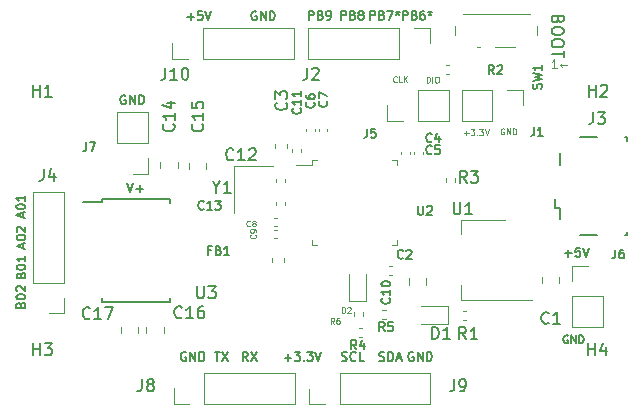
<source format=gbr>
%TF.GenerationSoftware,KiCad,Pcbnew,(6.0.11)*%
%TF.CreationDate,2023-06-03T19:27:43-07:00*%
%TF.ProjectId,stm32_PendCartBoard,73746d33-325f-4506-956e-644361727442,rev?*%
%TF.SameCoordinates,Original*%
%TF.FileFunction,Legend,Top*%
%TF.FilePolarity,Positive*%
%FSLAX46Y46*%
G04 Gerber Fmt 4.6, Leading zero omitted, Abs format (unit mm)*
G04 Created by KiCad (PCBNEW (6.0.11)) date 2023-06-03 19:27:43*
%MOMM*%
%LPD*%
G01*
G04 APERTURE LIST*
%ADD10C,0.125000*%
%ADD11C,0.150000*%
%ADD12C,0.120000*%
G04 APERTURE END LIST*
D10*
X155070000Y-47109285D02*
X154641428Y-47109285D01*
X154855714Y-47109285D02*
X154855714Y-46359285D01*
X154784285Y-46466428D01*
X154712857Y-46537857D01*
X154641428Y-46573571D01*
X155962857Y-46823571D02*
X155391428Y-46823571D01*
X155534285Y-46966428D02*
X155391428Y-46823571D01*
X155534285Y-46680714D01*
D11*
X155171428Y-42992857D02*
X155123809Y-43135714D01*
X155076190Y-43183333D01*
X154980952Y-43230952D01*
X154838095Y-43230952D01*
X154742857Y-43183333D01*
X154695238Y-43135714D01*
X154647619Y-43040476D01*
X154647619Y-42659523D01*
X155647619Y-42659523D01*
X155647619Y-42992857D01*
X155600000Y-43088095D01*
X155552380Y-43135714D01*
X155457142Y-43183333D01*
X155361904Y-43183333D01*
X155266666Y-43135714D01*
X155219047Y-43088095D01*
X155171428Y-42992857D01*
X155171428Y-42659523D01*
X155647619Y-43850000D02*
X155647619Y-44040476D01*
X155600000Y-44135714D01*
X155504761Y-44230952D01*
X155314285Y-44278571D01*
X154980952Y-44278571D01*
X154790476Y-44230952D01*
X154695238Y-44135714D01*
X154647619Y-44040476D01*
X154647619Y-43850000D01*
X154695238Y-43754761D01*
X154790476Y-43659523D01*
X154980952Y-43611904D01*
X155314285Y-43611904D01*
X155504761Y-43659523D01*
X155600000Y-43754761D01*
X155647619Y-43850000D01*
X155647619Y-44897619D02*
X155647619Y-45088095D01*
X155600000Y-45183333D01*
X155504761Y-45278571D01*
X155314285Y-45326190D01*
X154980952Y-45326190D01*
X154790476Y-45278571D01*
X154695238Y-45183333D01*
X154647619Y-45088095D01*
X154647619Y-44897619D01*
X154695238Y-44802380D01*
X154790476Y-44707142D01*
X154980952Y-44659523D01*
X155314285Y-44659523D01*
X155504761Y-44707142D01*
X155600000Y-44802380D01*
X155647619Y-44897619D01*
X155647619Y-45611904D02*
X155647619Y-46183333D01*
X154647619Y-45897619D02*
X155647619Y-45897619D01*
D10*
X147230000Y-52575714D02*
X147610952Y-52575714D01*
X147420476Y-52766190D02*
X147420476Y-52385238D01*
X147801428Y-52266190D02*
X148110952Y-52266190D01*
X147944285Y-52456666D01*
X148015714Y-52456666D01*
X148063333Y-52480476D01*
X148087142Y-52504285D01*
X148110952Y-52551904D01*
X148110952Y-52670952D01*
X148087142Y-52718571D01*
X148063333Y-52742380D01*
X148015714Y-52766190D01*
X147872857Y-52766190D01*
X147825238Y-52742380D01*
X147801428Y-52718571D01*
X148325238Y-52718571D02*
X148349047Y-52742380D01*
X148325238Y-52766190D01*
X148301428Y-52742380D01*
X148325238Y-52718571D01*
X148325238Y-52766190D01*
X148515714Y-52266190D02*
X148825238Y-52266190D01*
X148658571Y-52456666D01*
X148730000Y-52456666D01*
X148777619Y-52480476D01*
X148801428Y-52504285D01*
X148825238Y-52551904D01*
X148825238Y-52670952D01*
X148801428Y-52718571D01*
X148777619Y-52742380D01*
X148730000Y-52766190D01*
X148587142Y-52766190D01*
X148539523Y-52742380D01*
X148515714Y-52718571D01*
X148968095Y-52266190D02*
X149134761Y-52766190D01*
X149301428Y-52266190D01*
D11*
X136877142Y-71853571D02*
X136984285Y-71889285D01*
X137162857Y-71889285D01*
X137234285Y-71853571D01*
X137270000Y-71817857D01*
X137305714Y-71746428D01*
X137305714Y-71675000D01*
X137270000Y-71603571D01*
X137234285Y-71567857D01*
X137162857Y-71532142D01*
X137020000Y-71496428D01*
X136948571Y-71460714D01*
X136912857Y-71425000D01*
X136877142Y-71353571D01*
X136877142Y-71282142D01*
X136912857Y-71210714D01*
X136948571Y-71175000D01*
X137020000Y-71139285D01*
X137198571Y-71139285D01*
X137305714Y-71175000D01*
X138055714Y-71817857D02*
X138020000Y-71853571D01*
X137912857Y-71889285D01*
X137841428Y-71889285D01*
X137734285Y-71853571D01*
X137662857Y-71782142D01*
X137627142Y-71710714D01*
X137591428Y-71567857D01*
X137591428Y-71460714D01*
X137627142Y-71317857D01*
X137662857Y-71246428D01*
X137734285Y-71175000D01*
X137841428Y-71139285D01*
X137912857Y-71139285D01*
X138020000Y-71175000D01*
X138055714Y-71210714D01*
X138734285Y-71889285D02*
X138377142Y-71889285D01*
X138377142Y-71139285D01*
X155994761Y-69755000D02*
X155932857Y-69724047D01*
X155840000Y-69724047D01*
X155747142Y-69755000D01*
X155685238Y-69816904D01*
X155654285Y-69878809D01*
X155623333Y-70002619D01*
X155623333Y-70095476D01*
X155654285Y-70219285D01*
X155685238Y-70281190D01*
X155747142Y-70343095D01*
X155840000Y-70374047D01*
X155901904Y-70374047D01*
X155994761Y-70343095D01*
X156025714Y-70312142D01*
X156025714Y-70095476D01*
X155901904Y-70095476D01*
X156304285Y-70374047D02*
X156304285Y-69724047D01*
X156675714Y-70374047D01*
X156675714Y-69724047D01*
X156985238Y-70374047D02*
X156985238Y-69724047D01*
X157140000Y-69724047D01*
X157232857Y-69755000D01*
X157294761Y-69816904D01*
X157325714Y-69878809D01*
X157356666Y-70002619D01*
X157356666Y-70095476D01*
X157325714Y-70219285D01*
X157294761Y-70281190D01*
X157232857Y-70343095D01*
X157140000Y-70374047D01*
X156985238Y-70374047D01*
X155755714Y-62773571D02*
X156327142Y-62773571D01*
X156041428Y-63059285D02*
X156041428Y-62487857D01*
X157041428Y-62309285D02*
X156684285Y-62309285D01*
X156648571Y-62666428D01*
X156684285Y-62630714D01*
X156755714Y-62595000D01*
X156934285Y-62595000D01*
X157005714Y-62630714D01*
X157041428Y-62666428D01*
X157077142Y-62737857D01*
X157077142Y-62916428D01*
X157041428Y-62987857D01*
X157005714Y-63023571D01*
X156934285Y-63059285D01*
X156755714Y-63059285D01*
X156684285Y-63023571D01*
X156648571Y-62987857D01*
X157291428Y-62309285D02*
X157541428Y-63059285D01*
X157791428Y-62309285D01*
X126118571Y-71139285D02*
X126547142Y-71139285D01*
X126332857Y-71889285D02*
X126332857Y-71139285D01*
X126725714Y-71139285D02*
X127225714Y-71889285D01*
X127225714Y-71139285D02*
X126725714Y-71889285D01*
X134071428Y-42989285D02*
X134071428Y-42239285D01*
X134357142Y-42239285D01*
X134428571Y-42275000D01*
X134464285Y-42310714D01*
X134500000Y-42382142D01*
X134500000Y-42489285D01*
X134464285Y-42560714D01*
X134428571Y-42596428D01*
X134357142Y-42632142D01*
X134071428Y-42632142D01*
X135071428Y-42596428D02*
X135178571Y-42632142D01*
X135214285Y-42667857D01*
X135250000Y-42739285D01*
X135250000Y-42846428D01*
X135214285Y-42917857D01*
X135178571Y-42953571D01*
X135107142Y-42989285D01*
X134821428Y-42989285D01*
X134821428Y-42239285D01*
X135071428Y-42239285D01*
X135142857Y-42275000D01*
X135178571Y-42310714D01*
X135214285Y-42382142D01*
X135214285Y-42453571D01*
X135178571Y-42525000D01*
X135142857Y-42560714D01*
X135071428Y-42596428D01*
X134821428Y-42596428D01*
X135607142Y-42989285D02*
X135750000Y-42989285D01*
X135821428Y-42953571D01*
X135857142Y-42917857D01*
X135928571Y-42810714D01*
X135964285Y-42667857D01*
X135964285Y-42382142D01*
X135928571Y-42310714D01*
X135892857Y-42275000D01*
X135821428Y-42239285D01*
X135678571Y-42239285D01*
X135607142Y-42275000D01*
X135571428Y-42310714D01*
X135535714Y-42382142D01*
X135535714Y-42560714D01*
X135571428Y-42632142D01*
X135607142Y-42667857D01*
X135678571Y-42703571D01*
X135821428Y-42703571D01*
X135892857Y-42667857D01*
X135928571Y-42632142D01*
X135964285Y-42560714D01*
X142928571Y-71175000D02*
X142857142Y-71139285D01*
X142750000Y-71139285D01*
X142642857Y-71175000D01*
X142571428Y-71246428D01*
X142535714Y-71317857D01*
X142500000Y-71460714D01*
X142500000Y-71567857D01*
X142535714Y-71710714D01*
X142571428Y-71782142D01*
X142642857Y-71853571D01*
X142750000Y-71889285D01*
X142821428Y-71889285D01*
X142928571Y-71853571D01*
X142964285Y-71817857D01*
X142964285Y-71567857D01*
X142821428Y-71567857D01*
X143285714Y-71889285D02*
X143285714Y-71139285D01*
X143714285Y-71889285D01*
X143714285Y-71139285D01*
X144071428Y-71889285D02*
X144071428Y-71139285D01*
X144250000Y-71139285D01*
X144357142Y-71175000D01*
X144428571Y-71246428D01*
X144464285Y-71317857D01*
X144500000Y-71460714D01*
X144500000Y-71567857D01*
X144464285Y-71710714D01*
X144428571Y-71782142D01*
X144357142Y-71853571D01*
X144250000Y-71889285D01*
X144071428Y-71889285D01*
D10*
X144048095Y-48316190D02*
X144048095Y-47816190D01*
X144167142Y-47816190D01*
X144238571Y-47840000D01*
X144286190Y-47887619D01*
X144310000Y-47935238D01*
X144333809Y-48030476D01*
X144333809Y-48101904D01*
X144310000Y-48197142D01*
X144286190Y-48244761D01*
X144238571Y-48292380D01*
X144167142Y-48316190D01*
X144048095Y-48316190D01*
X144548095Y-48316190D02*
X144548095Y-47816190D01*
X144881428Y-47816190D02*
X144976666Y-47816190D01*
X145024285Y-47840000D01*
X145071904Y-47887619D01*
X145095714Y-47982857D01*
X145095714Y-48149523D01*
X145071904Y-48244761D01*
X145024285Y-48292380D01*
X144976666Y-48316190D01*
X144881428Y-48316190D01*
X144833809Y-48292380D01*
X144786190Y-48244761D01*
X144762380Y-48149523D01*
X144762380Y-47982857D01*
X144786190Y-47887619D01*
X144833809Y-47840000D01*
X144881428Y-47816190D01*
D11*
X118558571Y-49425000D02*
X118487142Y-49389285D01*
X118380000Y-49389285D01*
X118272857Y-49425000D01*
X118201428Y-49496428D01*
X118165714Y-49567857D01*
X118130000Y-49710714D01*
X118130000Y-49817857D01*
X118165714Y-49960714D01*
X118201428Y-50032142D01*
X118272857Y-50103571D01*
X118380000Y-50139285D01*
X118451428Y-50139285D01*
X118558571Y-50103571D01*
X118594285Y-50067857D01*
X118594285Y-49817857D01*
X118451428Y-49817857D01*
X118915714Y-50139285D02*
X118915714Y-49389285D01*
X119344285Y-50139285D01*
X119344285Y-49389285D01*
X119701428Y-50139285D02*
X119701428Y-49389285D01*
X119880000Y-49389285D01*
X119987142Y-49425000D01*
X120058571Y-49496428D01*
X120094285Y-49567857D01*
X120130000Y-49710714D01*
X120130000Y-49817857D01*
X120094285Y-49960714D01*
X120058571Y-50032142D01*
X119987142Y-50103571D01*
X119880000Y-50139285D01*
X119701428Y-50139285D01*
X142035714Y-42989285D02*
X142035714Y-42239285D01*
X142321428Y-42239285D01*
X142392857Y-42275000D01*
X142428571Y-42310714D01*
X142464285Y-42382142D01*
X142464285Y-42489285D01*
X142428571Y-42560714D01*
X142392857Y-42596428D01*
X142321428Y-42632142D01*
X142035714Y-42632142D01*
X143035714Y-42596428D02*
X143142857Y-42632142D01*
X143178571Y-42667857D01*
X143214285Y-42739285D01*
X143214285Y-42846428D01*
X143178571Y-42917857D01*
X143142857Y-42953571D01*
X143071428Y-42989285D01*
X142785714Y-42989285D01*
X142785714Y-42239285D01*
X143035714Y-42239285D01*
X143107142Y-42275000D01*
X143142857Y-42310714D01*
X143178571Y-42382142D01*
X143178571Y-42453571D01*
X143142857Y-42525000D01*
X143107142Y-42560714D01*
X143035714Y-42596428D01*
X142785714Y-42596428D01*
X143857142Y-42239285D02*
X143714285Y-42239285D01*
X143642857Y-42275000D01*
X143607142Y-42310714D01*
X143535714Y-42417857D01*
X143500000Y-42560714D01*
X143500000Y-42846428D01*
X143535714Y-42917857D01*
X143571428Y-42953571D01*
X143642857Y-42989285D01*
X143785714Y-42989285D01*
X143857142Y-42953571D01*
X143892857Y-42917857D01*
X143928571Y-42846428D01*
X143928571Y-42667857D01*
X143892857Y-42596428D01*
X143857142Y-42560714D01*
X143785714Y-42525000D01*
X143642857Y-42525000D01*
X143571428Y-42560714D01*
X143535714Y-42596428D01*
X143500000Y-42667857D01*
X144357142Y-42239285D02*
X144357142Y-42417857D01*
X144178571Y-42346428D02*
X144357142Y-42417857D01*
X144535714Y-42346428D01*
X144250000Y-42560714D02*
X144357142Y-42417857D01*
X144464285Y-42560714D01*
X132030000Y-71603571D02*
X132601428Y-71603571D01*
X132315714Y-71889285D02*
X132315714Y-71317857D01*
X132887142Y-71139285D02*
X133351428Y-71139285D01*
X133101428Y-71425000D01*
X133208571Y-71425000D01*
X133280000Y-71460714D01*
X133315714Y-71496428D01*
X133351428Y-71567857D01*
X133351428Y-71746428D01*
X133315714Y-71817857D01*
X133280000Y-71853571D01*
X133208571Y-71889285D01*
X132994285Y-71889285D01*
X132922857Y-71853571D01*
X132887142Y-71817857D01*
X133672857Y-71817857D02*
X133708571Y-71853571D01*
X133672857Y-71889285D01*
X133637142Y-71853571D01*
X133672857Y-71817857D01*
X133672857Y-71889285D01*
X133958571Y-71139285D02*
X134422857Y-71139285D01*
X134172857Y-71425000D01*
X134280000Y-71425000D01*
X134351428Y-71460714D01*
X134387142Y-71496428D01*
X134422857Y-71567857D01*
X134422857Y-71746428D01*
X134387142Y-71817857D01*
X134351428Y-71853571D01*
X134280000Y-71889285D01*
X134065714Y-71889285D01*
X133994285Y-71853571D01*
X133958571Y-71817857D01*
X134637142Y-71139285D02*
X134887142Y-71889285D01*
X135137142Y-71139285D01*
D10*
X150609047Y-52230000D02*
X150561428Y-52206190D01*
X150490000Y-52206190D01*
X150418571Y-52230000D01*
X150370952Y-52277619D01*
X150347142Y-52325238D01*
X150323333Y-52420476D01*
X150323333Y-52491904D01*
X150347142Y-52587142D01*
X150370952Y-52634761D01*
X150418571Y-52682380D01*
X150490000Y-52706190D01*
X150537619Y-52706190D01*
X150609047Y-52682380D01*
X150632857Y-52658571D01*
X150632857Y-52491904D01*
X150537619Y-52491904D01*
X150847142Y-52706190D02*
X150847142Y-52206190D01*
X151132857Y-52706190D01*
X151132857Y-52206190D01*
X151370952Y-52706190D02*
X151370952Y-52206190D01*
X151490000Y-52206190D01*
X151561428Y-52230000D01*
X151609047Y-52277619D01*
X151632857Y-52325238D01*
X151656666Y-52420476D01*
X151656666Y-52491904D01*
X151632857Y-52587142D01*
X151609047Y-52634761D01*
X151561428Y-52682380D01*
X151490000Y-52706190D01*
X151370952Y-52706190D01*
D11*
X129638571Y-42305000D02*
X129567142Y-42269285D01*
X129460000Y-42269285D01*
X129352857Y-42305000D01*
X129281428Y-42376428D01*
X129245714Y-42447857D01*
X129210000Y-42590714D01*
X129210000Y-42697857D01*
X129245714Y-42840714D01*
X129281428Y-42912142D01*
X129352857Y-42983571D01*
X129460000Y-43019285D01*
X129531428Y-43019285D01*
X129638571Y-42983571D01*
X129674285Y-42947857D01*
X129674285Y-42697857D01*
X129531428Y-42697857D01*
X129995714Y-43019285D02*
X129995714Y-42269285D01*
X130424285Y-43019285D01*
X130424285Y-42269285D01*
X130781428Y-43019285D02*
X130781428Y-42269285D01*
X130960000Y-42269285D01*
X131067142Y-42305000D01*
X131138571Y-42376428D01*
X131174285Y-42447857D01*
X131210000Y-42590714D01*
X131210000Y-42697857D01*
X131174285Y-42840714D01*
X131138571Y-42912142D01*
X131067142Y-42983571D01*
X130960000Y-43019285D01*
X130781428Y-43019285D01*
X109696428Y-64640714D02*
X109732142Y-64533571D01*
X109767857Y-64497857D01*
X109839285Y-64462142D01*
X109946428Y-64462142D01*
X110017857Y-64497857D01*
X110053571Y-64533571D01*
X110089285Y-64605000D01*
X110089285Y-64890714D01*
X109339285Y-64890714D01*
X109339285Y-64640714D01*
X109375000Y-64569285D01*
X109410714Y-64533571D01*
X109482142Y-64497857D01*
X109553571Y-64497857D01*
X109625000Y-64533571D01*
X109660714Y-64569285D01*
X109696428Y-64640714D01*
X109696428Y-64890714D01*
X109339285Y-63997857D02*
X109339285Y-63926428D01*
X109375000Y-63855000D01*
X109410714Y-63819285D01*
X109482142Y-63783571D01*
X109625000Y-63747857D01*
X109803571Y-63747857D01*
X109946428Y-63783571D01*
X110017857Y-63819285D01*
X110053571Y-63855000D01*
X110089285Y-63926428D01*
X110089285Y-63997857D01*
X110053571Y-64069285D01*
X110017857Y-64105000D01*
X109946428Y-64140714D01*
X109803571Y-64176428D01*
X109625000Y-64176428D01*
X109482142Y-64140714D01*
X109410714Y-64105000D01*
X109375000Y-64069285D01*
X109339285Y-63997857D01*
X110089285Y-63033571D02*
X110089285Y-63462142D01*
X110089285Y-63247857D02*
X109339285Y-63247857D01*
X109446428Y-63319285D01*
X109517857Y-63390714D01*
X109553571Y-63462142D01*
X123678571Y-71175000D02*
X123607142Y-71139285D01*
X123500000Y-71139285D01*
X123392857Y-71175000D01*
X123321428Y-71246428D01*
X123285714Y-71317857D01*
X123250000Y-71460714D01*
X123250000Y-71567857D01*
X123285714Y-71710714D01*
X123321428Y-71782142D01*
X123392857Y-71853571D01*
X123500000Y-71889285D01*
X123571428Y-71889285D01*
X123678571Y-71853571D01*
X123714285Y-71817857D01*
X123714285Y-71567857D01*
X123571428Y-71567857D01*
X124035714Y-71889285D02*
X124035714Y-71139285D01*
X124464285Y-71889285D01*
X124464285Y-71139285D01*
X124821428Y-71889285D02*
X124821428Y-71139285D01*
X125000000Y-71139285D01*
X125107142Y-71175000D01*
X125178571Y-71246428D01*
X125214285Y-71317857D01*
X125250000Y-71460714D01*
X125250000Y-71567857D01*
X125214285Y-71710714D01*
X125178571Y-71782142D01*
X125107142Y-71853571D01*
X125000000Y-71889285D01*
X124821428Y-71889285D01*
X139285714Y-42989285D02*
X139285714Y-42239285D01*
X139571428Y-42239285D01*
X139642857Y-42275000D01*
X139678571Y-42310714D01*
X139714285Y-42382142D01*
X139714285Y-42489285D01*
X139678571Y-42560714D01*
X139642857Y-42596428D01*
X139571428Y-42632142D01*
X139285714Y-42632142D01*
X140285714Y-42596428D02*
X140392857Y-42632142D01*
X140428571Y-42667857D01*
X140464285Y-42739285D01*
X140464285Y-42846428D01*
X140428571Y-42917857D01*
X140392857Y-42953571D01*
X140321428Y-42989285D01*
X140035714Y-42989285D01*
X140035714Y-42239285D01*
X140285714Y-42239285D01*
X140357142Y-42275000D01*
X140392857Y-42310714D01*
X140428571Y-42382142D01*
X140428571Y-42453571D01*
X140392857Y-42525000D01*
X140357142Y-42560714D01*
X140285714Y-42596428D01*
X140035714Y-42596428D01*
X140714285Y-42239285D02*
X141214285Y-42239285D01*
X140892857Y-42989285D01*
X141607142Y-42239285D02*
X141607142Y-42417857D01*
X141428571Y-42346428D02*
X141607142Y-42417857D01*
X141785714Y-42346428D01*
X141500000Y-42560714D02*
X141607142Y-42417857D01*
X141714285Y-42560714D01*
X123785714Y-42743571D02*
X124357142Y-42743571D01*
X124071428Y-43029285D02*
X124071428Y-42457857D01*
X125071428Y-42279285D02*
X124714285Y-42279285D01*
X124678571Y-42636428D01*
X124714285Y-42600714D01*
X124785714Y-42565000D01*
X124964285Y-42565000D01*
X125035714Y-42600714D01*
X125071428Y-42636428D01*
X125107142Y-42707857D01*
X125107142Y-42886428D01*
X125071428Y-42957857D01*
X125035714Y-42993571D01*
X124964285Y-43029285D01*
X124785714Y-43029285D01*
X124714285Y-42993571D01*
X124678571Y-42957857D01*
X125321428Y-42279285D02*
X125571428Y-43029285D01*
X125821428Y-42279285D01*
X109875000Y-62302857D02*
X109875000Y-61945714D01*
X110089285Y-62374285D02*
X109339285Y-62124285D01*
X110089285Y-61874285D01*
X109339285Y-61481428D02*
X109339285Y-61410000D01*
X109375000Y-61338571D01*
X109410714Y-61302857D01*
X109482142Y-61267142D01*
X109625000Y-61231428D01*
X109803571Y-61231428D01*
X109946428Y-61267142D01*
X110017857Y-61302857D01*
X110053571Y-61338571D01*
X110089285Y-61410000D01*
X110089285Y-61481428D01*
X110053571Y-61552857D01*
X110017857Y-61588571D01*
X109946428Y-61624285D01*
X109803571Y-61660000D01*
X109625000Y-61660000D01*
X109482142Y-61624285D01*
X109410714Y-61588571D01*
X109375000Y-61552857D01*
X109339285Y-61481428D01*
X109410714Y-60945714D02*
X109375000Y-60910000D01*
X109339285Y-60838571D01*
X109339285Y-60660000D01*
X109375000Y-60588571D01*
X109410714Y-60552857D01*
X109482142Y-60517142D01*
X109553571Y-60517142D01*
X109660714Y-60552857D01*
X110089285Y-60981428D01*
X110089285Y-60517142D01*
X128925000Y-71889285D02*
X128675000Y-71532142D01*
X128496428Y-71889285D02*
X128496428Y-71139285D01*
X128782142Y-71139285D01*
X128853571Y-71175000D01*
X128889285Y-71210714D01*
X128925000Y-71282142D01*
X128925000Y-71389285D01*
X128889285Y-71460714D01*
X128853571Y-71496428D01*
X128782142Y-71532142D01*
X128496428Y-71532142D01*
X129175000Y-71139285D02*
X129675000Y-71889285D01*
X129675000Y-71139285D02*
X129175000Y-71889285D01*
X140059285Y-71853571D02*
X140166428Y-71889285D01*
X140345000Y-71889285D01*
X140416428Y-71853571D01*
X140452142Y-71817857D01*
X140487857Y-71746428D01*
X140487857Y-71675000D01*
X140452142Y-71603571D01*
X140416428Y-71567857D01*
X140345000Y-71532142D01*
X140202142Y-71496428D01*
X140130714Y-71460714D01*
X140095000Y-71425000D01*
X140059285Y-71353571D01*
X140059285Y-71282142D01*
X140095000Y-71210714D01*
X140130714Y-71175000D01*
X140202142Y-71139285D01*
X140380714Y-71139285D01*
X140487857Y-71175000D01*
X140809285Y-71889285D02*
X140809285Y-71139285D01*
X140987857Y-71139285D01*
X141095000Y-71175000D01*
X141166428Y-71246428D01*
X141202142Y-71317857D01*
X141237857Y-71460714D01*
X141237857Y-71567857D01*
X141202142Y-71710714D01*
X141166428Y-71782142D01*
X141095000Y-71853571D01*
X140987857Y-71889285D01*
X140809285Y-71889285D01*
X141523571Y-71675000D02*
X141880714Y-71675000D01*
X141452142Y-71889285D02*
X141702142Y-71139285D01*
X141952142Y-71889285D01*
X136821428Y-42989285D02*
X136821428Y-42239285D01*
X137107142Y-42239285D01*
X137178571Y-42275000D01*
X137214285Y-42310714D01*
X137250000Y-42382142D01*
X137250000Y-42489285D01*
X137214285Y-42560714D01*
X137178571Y-42596428D01*
X137107142Y-42632142D01*
X136821428Y-42632142D01*
X137821428Y-42596428D02*
X137928571Y-42632142D01*
X137964285Y-42667857D01*
X138000000Y-42739285D01*
X138000000Y-42846428D01*
X137964285Y-42917857D01*
X137928571Y-42953571D01*
X137857142Y-42989285D01*
X137571428Y-42989285D01*
X137571428Y-42239285D01*
X137821428Y-42239285D01*
X137892857Y-42275000D01*
X137928571Y-42310714D01*
X137964285Y-42382142D01*
X137964285Y-42453571D01*
X137928571Y-42525000D01*
X137892857Y-42560714D01*
X137821428Y-42596428D01*
X137571428Y-42596428D01*
X138428571Y-42560714D02*
X138357142Y-42525000D01*
X138321428Y-42489285D01*
X138285714Y-42417857D01*
X138285714Y-42382142D01*
X138321428Y-42310714D01*
X138357142Y-42275000D01*
X138428571Y-42239285D01*
X138571428Y-42239285D01*
X138642857Y-42275000D01*
X138678571Y-42310714D01*
X138714285Y-42382142D01*
X138714285Y-42417857D01*
X138678571Y-42489285D01*
X138642857Y-42525000D01*
X138571428Y-42560714D01*
X138428571Y-42560714D01*
X138357142Y-42596428D01*
X138321428Y-42632142D01*
X138285714Y-42703571D01*
X138285714Y-42846428D01*
X138321428Y-42917857D01*
X138357142Y-42953571D01*
X138428571Y-42989285D01*
X138571428Y-42989285D01*
X138642857Y-42953571D01*
X138678571Y-42917857D01*
X138714285Y-42846428D01*
X138714285Y-42703571D01*
X138678571Y-42632142D01*
X138642857Y-42596428D01*
X138571428Y-42560714D01*
X118715714Y-56829285D02*
X118965714Y-57579285D01*
X119215714Y-56829285D01*
X119465714Y-57293571D02*
X120037142Y-57293571D01*
X119751428Y-57579285D02*
X119751428Y-57007857D01*
D10*
X141532380Y-48248571D02*
X141508571Y-48272380D01*
X141437142Y-48296190D01*
X141389523Y-48296190D01*
X141318095Y-48272380D01*
X141270476Y-48224761D01*
X141246666Y-48177142D01*
X141222857Y-48081904D01*
X141222857Y-48010476D01*
X141246666Y-47915238D01*
X141270476Y-47867619D01*
X141318095Y-47820000D01*
X141389523Y-47796190D01*
X141437142Y-47796190D01*
X141508571Y-47820000D01*
X141532380Y-47843809D01*
X141984761Y-48296190D02*
X141746666Y-48296190D01*
X141746666Y-47796190D01*
X142151428Y-48296190D02*
X142151428Y-47796190D01*
X142437142Y-48296190D02*
X142222857Y-48010476D01*
X142437142Y-47796190D02*
X142151428Y-48081904D01*
D11*
X109845000Y-59682857D02*
X109845000Y-59325714D01*
X110059285Y-59754285D02*
X109309285Y-59504285D01*
X110059285Y-59254285D01*
X109309285Y-58861428D02*
X109309285Y-58790000D01*
X109345000Y-58718571D01*
X109380714Y-58682857D01*
X109452142Y-58647142D01*
X109595000Y-58611428D01*
X109773571Y-58611428D01*
X109916428Y-58647142D01*
X109987857Y-58682857D01*
X110023571Y-58718571D01*
X110059285Y-58790000D01*
X110059285Y-58861428D01*
X110023571Y-58932857D01*
X109987857Y-58968571D01*
X109916428Y-59004285D01*
X109773571Y-59040000D01*
X109595000Y-59040000D01*
X109452142Y-59004285D01*
X109380714Y-58968571D01*
X109345000Y-58932857D01*
X109309285Y-58861428D01*
X110059285Y-57897142D02*
X110059285Y-58325714D01*
X110059285Y-58111428D02*
X109309285Y-58111428D01*
X109416428Y-58182857D01*
X109487857Y-58254285D01*
X109523571Y-58325714D01*
X109686428Y-67150714D02*
X109722142Y-67043571D01*
X109757857Y-67007857D01*
X109829285Y-66972142D01*
X109936428Y-66972142D01*
X110007857Y-67007857D01*
X110043571Y-67043571D01*
X110079285Y-67115000D01*
X110079285Y-67400714D01*
X109329285Y-67400714D01*
X109329285Y-67150714D01*
X109365000Y-67079285D01*
X109400714Y-67043571D01*
X109472142Y-67007857D01*
X109543571Y-67007857D01*
X109615000Y-67043571D01*
X109650714Y-67079285D01*
X109686428Y-67150714D01*
X109686428Y-67400714D01*
X109329285Y-66507857D02*
X109329285Y-66436428D01*
X109365000Y-66365000D01*
X109400714Y-66329285D01*
X109472142Y-66293571D01*
X109615000Y-66257857D01*
X109793571Y-66257857D01*
X109936428Y-66293571D01*
X110007857Y-66329285D01*
X110043571Y-66365000D01*
X110079285Y-66436428D01*
X110079285Y-66507857D01*
X110043571Y-66579285D01*
X110007857Y-66615000D01*
X109936428Y-66650714D01*
X109793571Y-66686428D01*
X109615000Y-66686428D01*
X109472142Y-66650714D01*
X109400714Y-66615000D01*
X109365000Y-66579285D01*
X109329285Y-66507857D01*
X109400714Y-65972142D02*
X109365000Y-65936428D01*
X109329285Y-65865000D01*
X109329285Y-65686428D01*
X109365000Y-65615000D01*
X109400714Y-65579285D01*
X109472142Y-65543571D01*
X109543571Y-65543571D01*
X109650714Y-65579285D01*
X110079285Y-66007857D01*
X110079285Y-65543571D01*
D10*
%TO.C,D2*%
X136870952Y-67826190D02*
X136870952Y-67326190D01*
X136990000Y-67326190D01*
X137061428Y-67350000D01*
X137109047Y-67397619D01*
X137132857Y-67445238D01*
X137156666Y-67540476D01*
X137156666Y-67611904D01*
X137132857Y-67707142D01*
X137109047Y-67754761D01*
X137061428Y-67802380D01*
X136990000Y-67826190D01*
X136870952Y-67826190D01*
X137347142Y-67373809D02*
X137370952Y-67350000D01*
X137418571Y-67326190D01*
X137537619Y-67326190D01*
X137585238Y-67350000D01*
X137609047Y-67373809D01*
X137632857Y-67421428D01*
X137632857Y-67469047D01*
X137609047Y-67540476D01*
X137323333Y-67826190D01*
X137632857Y-67826190D01*
%TO.C,R6*%
X136226666Y-68746190D02*
X136060000Y-68508095D01*
X135940952Y-68746190D02*
X135940952Y-68246190D01*
X136131428Y-68246190D01*
X136179047Y-68270000D01*
X136202857Y-68293809D01*
X136226666Y-68341428D01*
X136226666Y-68412857D01*
X136202857Y-68460476D01*
X136179047Y-68484285D01*
X136131428Y-68508095D01*
X135940952Y-68508095D01*
X136655238Y-68246190D02*
X136560000Y-68246190D01*
X136512380Y-68270000D01*
X136488571Y-68293809D01*
X136440952Y-68365238D01*
X136417142Y-68460476D01*
X136417142Y-68650952D01*
X136440952Y-68698571D01*
X136464761Y-68722380D01*
X136512380Y-68746190D01*
X136607619Y-68746190D01*
X136655238Y-68722380D01*
X136679047Y-68698571D01*
X136702857Y-68650952D01*
X136702857Y-68531904D01*
X136679047Y-68484285D01*
X136655238Y-68460476D01*
X136607619Y-68436666D01*
X136512380Y-68436666D01*
X136464761Y-68460476D01*
X136440952Y-68484285D01*
X136417142Y-68531904D01*
D11*
%TO.C,J7*%
X115230000Y-53389285D02*
X115230000Y-53925000D01*
X115194285Y-54032142D01*
X115122857Y-54103571D01*
X115015714Y-54139285D01*
X114944285Y-54139285D01*
X115515714Y-53389285D02*
X116015714Y-53389285D01*
X115694285Y-54139285D01*
%TO.C,J6*%
X160040000Y-62459285D02*
X160040000Y-62995000D01*
X160004285Y-63102142D01*
X159932857Y-63173571D01*
X159825714Y-63209285D01*
X159754285Y-63209285D01*
X160718571Y-62459285D02*
X160575714Y-62459285D01*
X160504285Y-62495000D01*
X160468571Y-62530714D01*
X160397142Y-62637857D01*
X160361428Y-62780714D01*
X160361428Y-63066428D01*
X160397142Y-63137857D01*
X160432857Y-63173571D01*
X160504285Y-63209285D01*
X160647142Y-63209285D01*
X160718571Y-63173571D01*
X160754285Y-63137857D01*
X160790000Y-63066428D01*
X160790000Y-62887857D01*
X160754285Y-62816428D01*
X160718571Y-62780714D01*
X160647142Y-62745000D01*
X160504285Y-62745000D01*
X160432857Y-62780714D01*
X160397142Y-62816428D01*
X160361428Y-62887857D01*
%TO.C,J5*%
X139010000Y-52229285D02*
X139010000Y-52765000D01*
X138974285Y-52872142D01*
X138902857Y-52943571D01*
X138795714Y-52979285D01*
X138724285Y-52979285D01*
X139724285Y-52229285D02*
X139367142Y-52229285D01*
X139331428Y-52586428D01*
X139367142Y-52550714D01*
X139438571Y-52515000D01*
X139617142Y-52515000D01*
X139688571Y-52550714D01*
X139724285Y-52586428D01*
X139760000Y-52657857D01*
X139760000Y-52836428D01*
X139724285Y-52907857D01*
X139688571Y-52943571D01*
X139617142Y-52979285D01*
X139438571Y-52979285D01*
X139367142Y-52943571D01*
X139331428Y-52907857D01*
%TO.C,J1*%
X153145000Y-52084285D02*
X153145000Y-52620000D01*
X153109285Y-52727142D01*
X153037857Y-52798571D01*
X152930714Y-52834285D01*
X152859285Y-52834285D01*
X153895000Y-52834285D02*
X153466428Y-52834285D01*
X153680714Y-52834285D02*
X153680714Y-52084285D01*
X153609285Y-52191428D01*
X153537857Y-52262857D01*
X153466428Y-52298571D01*
D10*
%TO.C,C9*%
X129568571Y-61213333D02*
X129592380Y-61237142D01*
X129616190Y-61308571D01*
X129616190Y-61356190D01*
X129592380Y-61427619D01*
X129544761Y-61475238D01*
X129497142Y-61499047D01*
X129401904Y-61522857D01*
X129330476Y-61522857D01*
X129235238Y-61499047D01*
X129187619Y-61475238D01*
X129140000Y-61427619D01*
X129116190Y-61356190D01*
X129116190Y-61308571D01*
X129140000Y-61237142D01*
X129163809Y-61213333D01*
X129616190Y-60975238D02*
X129616190Y-60880000D01*
X129592380Y-60832380D01*
X129568571Y-60808571D01*
X129497142Y-60760952D01*
X129401904Y-60737142D01*
X129211428Y-60737142D01*
X129163809Y-60760952D01*
X129140000Y-60784761D01*
X129116190Y-60832380D01*
X129116190Y-60927619D01*
X129140000Y-60975238D01*
X129163809Y-60999047D01*
X129211428Y-61022857D01*
X129330476Y-61022857D01*
X129378095Y-60999047D01*
X129401904Y-60975238D01*
X129425714Y-60927619D01*
X129425714Y-60832380D01*
X129401904Y-60784761D01*
X129378095Y-60760952D01*
X129330476Y-60737142D01*
D11*
%TO.C,C3*%
X132157142Y-50016666D02*
X132204761Y-50064285D01*
X132252380Y-50207142D01*
X132252380Y-50302380D01*
X132204761Y-50445238D01*
X132109523Y-50540476D01*
X132014285Y-50588095D01*
X131823809Y-50635714D01*
X131680952Y-50635714D01*
X131490476Y-50588095D01*
X131395238Y-50540476D01*
X131300000Y-50445238D01*
X131252380Y-50302380D01*
X131252380Y-50207142D01*
X131300000Y-50064285D01*
X131347619Y-50016666D01*
X131252380Y-49683333D02*
X131252380Y-49064285D01*
X131633333Y-49397619D01*
X131633333Y-49254761D01*
X131680952Y-49159523D01*
X131728571Y-49111904D01*
X131823809Y-49064285D01*
X132061904Y-49064285D01*
X132157142Y-49111904D01*
X132204761Y-49159523D01*
X132252380Y-49254761D01*
X132252380Y-49540476D01*
X132204761Y-49635714D01*
X132157142Y-49683333D01*
%TO.C,D1*%
X144531904Y-70012380D02*
X144531904Y-69012380D01*
X144770000Y-69012380D01*
X144912857Y-69060000D01*
X145008095Y-69155238D01*
X145055714Y-69250476D01*
X145103333Y-69440952D01*
X145103333Y-69583809D01*
X145055714Y-69774285D01*
X145008095Y-69869523D01*
X144912857Y-69964761D01*
X144770000Y-70012380D01*
X144531904Y-70012380D01*
X146055714Y-70012380D02*
X145484285Y-70012380D01*
X145770000Y-70012380D02*
X145770000Y-69012380D01*
X145674761Y-69155238D01*
X145579523Y-69250476D01*
X145484285Y-69298095D01*
%TO.C,J3*%
X158156666Y-50822380D02*
X158156666Y-51536666D01*
X158109047Y-51679523D01*
X158013809Y-51774761D01*
X157870952Y-51822380D01*
X157775714Y-51822380D01*
X158537619Y-50822380D02*
X159156666Y-50822380D01*
X158823333Y-51203333D01*
X158966190Y-51203333D01*
X159061428Y-51250952D01*
X159109047Y-51298571D01*
X159156666Y-51393809D01*
X159156666Y-51631904D01*
X159109047Y-51727142D01*
X159061428Y-51774761D01*
X158966190Y-51822380D01*
X158680476Y-51822380D01*
X158585238Y-51774761D01*
X158537619Y-51727142D01*
%TO.C,J8*%
X119956666Y-73452380D02*
X119956666Y-74166666D01*
X119909047Y-74309523D01*
X119813809Y-74404761D01*
X119670952Y-74452380D01*
X119575714Y-74452380D01*
X120575714Y-73880952D02*
X120480476Y-73833333D01*
X120432857Y-73785714D01*
X120385238Y-73690476D01*
X120385238Y-73642857D01*
X120432857Y-73547619D01*
X120480476Y-73500000D01*
X120575714Y-73452380D01*
X120766190Y-73452380D01*
X120861428Y-73500000D01*
X120909047Y-73547619D01*
X120956666Y-73642857D01*
X120956666Y-73690476D01*
X120909047Y-73785714D01*
X120861428Y-73833333D01*
X120766190Y-73880952D01*
X120575714Y-73880952D01*
X120480476Y-73928571D01*
X120432857Y-73976190D01*
X120385238Y-74071428D01*
X120385238Y-74261904D01*
X120432857Y-74357142D01*
X120480476Y-74404761D01*
X120575714Y-74452380D01*
X120766190Y-74452380D01*
X120861428Y-74404761D01*
X120909047Y-74357142D01*
X120956666Y-74261904D01*
X120956666Y-74071428D01*
X120909047Y-73976190D01*
X120861428Y-73928571D01*
X120766190Y-73880952D01*
%TO.C,H2*%
X157788095Y-49502380D02*
X157788095Y-48502380D01*
X157788095Y-48978571D02*
X158359523Y-48978571D01*
X158359523Y-49502380D02*
X158359523Y-48502380D01*
X158788095Y-48597619D02*
X158835714Y-48550000D01*
X158930952Y-48502380D01*
X159169047Y-48502380D01*
X159264285Y-48550000D01*
X159311904Y-48597619D01*
X159359523Y-48692857D01*
X159359523Y-48788095D01*
X159311904Y-48930952D01*
X158740476Y-49502380D01*
X159359523Y-49502380D01*
%TO.C,C16*%
X123327142Y-68177142D02*
X123279523Y-68224761D01*
X123136666Y-68272380D01*
X123041428Y-68272380D01*
X122898571Y-68224761D01*
X122803333Y-68129523D01*
X122755714Y-68034285D01*
X122708095Y-67843809D01*
X122708095Y-67700952D01*
X122755714Y-67510476D01*
X122803333Y-67415238D01*
X122898571Y-67320000D01*
X123041428Y-67272380D01*
X123136666Y-67272380D01*
X123279523Y-67320000D01*
X123327142Y-67367619D01*
X124279523Y-68272380D02*
X123708095Y-68272380D01*
X123993809Y-68272380D02*
X123993809Y-67272380D01*
X123898571Y-67415238D01*
X123803333Y-67510476D01*
X123708095Y-67558095D01*
X125136666Y-67272380D02*
X124946190Y-67272380D01*
X124850952Y-67320000D01*
X124803333Y-67367619D01*
X124708095Y-67510476D01*
X124660476Y-67700952D01*
X124660476Y-68081904D01*
X124708095Y-68177142D01*
X124755714Y-68224761D01*
X124850952Y-68272380D01*
X125041428Y-68272380D01*
X125136666Y-68224761D01*
X125184285Y-68177142D01*
X125231904Y-68081904D01*
X125231904Y-67843809D01*
X125184285Y-67748571D01*
X125136666Y-67700952D01*
X125041428Y-67653333D01*
X124850952Y-67653333D01*
X124755714Y-67700952D01*
X124708095Y-67748571D01*
X124660476Y-67843809D01*
%TO.C,H1*%
X110738095Y-49502380D02*
X110738095Y-48502380D01*
X110738095Y-48978571D02*
X111309523Y-48978571D01*
X111309523Y-49502380D02*
X111309523Y-48502380D01*
X112309523Y-49502380D02*
X111738095Y-49502380D01*
X112023809Y-49502380D02*
X112023809Y-48502380D01*
X111928571Y-48645238D01*
X111833333Y-48740476D01*
X111738095Y-48788095D01*
%TO.C,J2*%
X133946666Y-47082380D02*
X133946666Y-47796666D01*
X133899047Y-47939523D01*
X133803809Y-48034761D01*
X133660952Y-48082380D01*
X133565714Y-48082380D01*
X134375238Y-47177619D02*
X134422857Y-47130000D01*
X134518095Y-47082380D01*
X134756190Y-47082380D01*
X134851428Y-47130000D01*
X134899047Y-47177619D01*
X134946666Y-47272857D01*
X134946666Y-47368095D01*
X134899047Y-47510952D01*
X134327619Y-48082380D01*
X134946666Y-48082380D01*
%TO.C,C15*%
X125067142Y-51832857D02*
X125114761Y-51880476D01*
X125162380Y-52023333D01*
X125162380Y-52118571D01*
X125114761Y-52261428D01*
X125019523Y-52356666D01*
X124924285Y-52404285D01*
X124733809Y-52451904D01*
X124590952Y-52451904D01*
X124400476Y-52404285D01*
X124305238Y-52356666D01*
X124210000Y-52261428D01*
X124162380Y-52118571D01*
X124162380Y-52023333D01*
X124210000Y-51880476D01*
X124257619Y-51832857D01*
X125162380Y-50880476D02*
X125162380Y-51451904D01*
X125162380Y-51166190D02*
X124162380Y-51166190D01*
X124305238Y-51261428D01*
X124400476Y-51356666D01*
X124448095Y-51451904D01*
X124162380Y-49975714D02*
X124162380Y-50451904D01*
X124638571Y-50499523D01*
X124590952Y-50451904D01*
X124543333Y-50356666D01*
X124543333Y-50118571D01*
X124590952Y-50023333D01*
X124638571Y-49975714D01*
X124733809Y-49928095D01*
X124971904Y-49928095D01*
X125067142Y-49975714D01*
X125114761Y-50023333D01*
X125162380Y-50118571D01*
X125162380Y-50356666D01*
X125114761Y-50451904D01*
X125067142Y-50499523D01*
%TO.C,U1*%
X146348095Y-58462380D02*
X146348095Y-59271904D01*
X146395714Y-59367142D01*
X146443333Y-59414761D01*
X146538571Y-59462380D01*
X146729047Y-59462380D01*
X146824285Y-59414761D01*
X146871904Y-59367142D01*
X146919523Y-59271904D01*
X146919523Y-58462380D01*
X147919523Y-59462380D02*
X147348095Y-59462380D01*
X147633809Y-59462380D02*
X147633809Y-58462380D01*
X147538571Y-58605238D01*
X147443333Y-58700476D01*
X147348095Y-58748095D01*
%TO.C,C4*%
X144505000Y-53277857D02*
X144469285Y-53313571D01*
X144362142Y-53349285D01*
X144290714Y-53349285D01*
X144183571Y-53313571D01*
X144112142Y-53242142D01*
X144076428Y-53170714D01*
X144040714Y-53027857D01*
X144040714Y-52920714D01*
X144076428Y-52777857D01*
X144112142Y-52706428D01*
X144183571Y-52635000D01*
X144290714Y-52599285D01*
X144362142Y-52599285D01*
X144469285Y-52635000D01*
X144505000Y-52670714D01*
X145147857Y-52849285D02*
X145147857Y-53349285D01*
X144969285Y-52563571D02*
X144790714Y-53099285D01*
X145255000Y-53099285D01*
D10*
%TO.C,C8*%
X129116666Y-60458571D02*
X129092857Y-60482380D01*
X129021428Y-60506190D01*
X128973809Y-60506190D01*
X128902380Y-60482380D01*
X128854761Y-60434761D01*
X128830952Y-60387142D01*
X128807142Y-60291904D01*
X128807142Y-60220476D01*
X128830952Y-60125238D01*
X128854761Y-60077619D01*
X128902380Y-60030000D01*
X128973809Y-60006190D01*
X129021428Y-60006190D01*
X129092857Y-60030000D01*
X129116666Y-60053809D01*
X129402380Y-60220476D02*
X129354761Y-60196666D01*
X129330952Y-60172857D01*
X129307142Y-60125238D01*
X129307142Y-60101428D01*
X129330952Y-60053809D01*
X129354761Y-60030000D01*
X129402380Y-60006190D01*
X129497619Y-60006190D01*
X129545238Y-60030000D01*
X129569047Y-60053809D01*
X129592857Y-60101428D01*
X129592857Y-60125238D01*
X129569047Y-60172857D01*
X129545238Y-60196666D01*
X129497619Y-60220476D01*
X129402380Y-60220476D01*
X129354761Y-60244285D01*
X129330952Y-60268095D01*
X129307142Y-60315714D01*
X129307142Y-60410952D01*
X129330952Y-60458571D01*
X129354761Y-60482380D01*
X129402380Y-60506190D01*
X129497619Y-60506190D01*
X129545238Y-60482380D01*
X129569047Y-60458571D01*
X129592857Y-60410952D01*
X129592857Y-60315714D01*
X129569047Y-60268095D01*
X129545238Y-60244285D01*
X129497619Y-60220476D01*
D11*
%TO.C,C11*%
X133347857Y-50492142D02*
X133383571Y-50527857D01*
X133419285Y-50635000D01*
X133419285Y-50706428D01*
X133383571Y-50813571D01*
X133312142Y-50885000D01*
X133240714Y-50920714D01*
X133097857Y-50956428D01*
X132990714Y-50956428D01*
X132847857Y-50920714D01*
X132776428Y-50885000D01*
X132705000Y-50813571D01*
X132669285Y-50706428D01*
X132669285Y-50635000D01*
X132705000Y-50527857D01*
X132740714Y-50492142D01*
X133419285Y-49777857D02*
X133419285Y-50206428D01*
X133419285Y-49992142D02*
X132669285Y-49992142D01*
X132776428Y-50063571D01*
X132847857Y-50135000D01*
X132883571Y-50206428D01*
X133419285Y-49063571D02*
X133419285Y-49492142D01*
X133419285Y-49277857D02*
X132669285Y-49277857D01*
X132776428Y-49349285D01*
X132847857Y-49420714D01*
X132883571Y-49492142D01*
%TO.C,H4*%
X157738095Y-71402380D02*
X157738095Y-70402380D01*
X157738095Y-70878571D02*
X158309523Y-70878571D01*
X158309523Y-71402380D02*
X158309523Y-70402380D01*
X159214285Y-70735714D02*
X159214285Y-71402380D01*
X158976190Y-70354761D02*
X158738095Y-71069047D01*
X159357142Y-71069047D01*
%TO.C,R2*%
X149755000Y-47619285D02*
X149505000Y-47262142D01*
X149326428Y-47619285D02*
X149326428Y-46869285D01*
X149612142Y-46869285D01*
X149683571Y-46905000D01*
X149719285Y-46940714D01*
X149755000Y-47012142D01*
X149755000Y-47119285D01*
X149719285Y-47190714D01*
X149683571Y-47226428D01*
X149612142Y-47262142D01*
X149326428Y-47262142D01*
X150040714Y-46940714D02*
X150076428Y-46905000D01*
X150147857Y-46869285D01*
X150326428Y-46869285D01*
X150397857Y-46905000D01*
X150433571Y-46940714D01*
X150469285Y-47012142D01*
X150469285Y-47083571D01*
X150433571Y-47190714D01*
X150005000Y-47619285D01*
X150469285Y-47619285D01*
%TO.C,C7*%
X135587857Y-49905000D02*
X135623571Y-49940714D01*
X135659285Y-50047857D01*
X135659285Y-50119285D01*
X135623571Y-50226428D01*
X135552142Y-50297857D01*
X135480714Y-50333571D01*
X135337857Y-50369285D01*
X135230714Y-50369285D01*
X135087857Y-50333571D01*
X135016428Y-50297857D01*
X134945000Y-50226428D01*
X134909285Y-50119285D01*
X134909285Y-50047857D01*
X134945000Y-49940714D01*
X134980714Y-49905000D01*
X134909285Y-49655000D02*
X134909285Y-49155000D01*
X135659285Y-49476428D01*
%TO.C,R1*%
X147393333Y-70042380D02*
X147060000Y-69566190D01*
X146821904Y-70042380D02*
X146821904Y-69042380D01*
X147202857Y-69042380D01*
X147298095Y-69090000D01*
X147345714Y-69137619D01*
X147393333Y-69232857D01*
X147393333Y-69375714D01*
X147345714Y-69470952D01*
X147298095Y-69518571D01*
X147202857Y-69566190D01*
X146821904Y-69566190D01*
X148345714Y-70042380D02*
X147774285Y-70042380D01*
X148060000Y-70042380D02*
X148060000Y-69042380D01*
X147964761Y-69185238D01*
X147869523Y-69280476D01*
X147774285Y-69328095D01*
%TO.C,FB1*%
X125795000Y-62526428D02*
X125545000Y-62526428D01*
X125545000Y-62919285D02*
X125545000Y-62169285D01*
X125902142Y-62169285D01*
X126437857Y-62526428D02*
X126545000Y-62562142D01*
X126580714Y-62597857D01*
X126616428Y-62669285D01*
X126616428Y-62776428D01*
X126580714Y-62847857D01*
X126545000Y-62883571D01*
X126473571Y-62919285D01*
X126187857Y-62919285D01*
X126187857Y-62169285D01*
X126437857Y-62169285D01*
X126509285Y-62205000D01*
X126545000Y-62240714D01*
X126580714Y-62312142D01*
X126580714Y-62383571D01*
X126545000Y-62455000D01*
X126509285Y-62490714D01*
X126437857Y-62526428D01*
X126187857Y-62526428D01*
X127330714Y-62919285D02*
X126902142Y-62919285D01*
X127116428Y-62919285D02*
X127116428Y-62169285D01*
X127045000Y-62276428D01*
X126973571Y-62347857D01*
X126902142Y-62383571D01*
%TO.C,J10*%
X121940476Y-47072380D02*
X121940476Y-47786666D01*
X121892857Y-47929523D01*
X121797619Y-48024761D01*
X121654761Y-48072380D01*
X121559523Y-48072380D01*
X122940476Y-48072380D02*
X122369047Y-48072380D01*
X122654761Y-48072380D02*
X122654761Y-47072380D01*
X122559523Y-47215238D01*
X122464285Y-47310476D01*
X122369047Y-47358095D01*
X123559523Y-47072380D02*
X123654761Y-47072380D01*
X123750000Y-47120000D01*
X123797619Y-47167619D01*
X123845238Y-47262857D01*
X123892857Y-47453333D01*
X123892857Y-47691428D01*
X123845238Y-47881904D01*
X123797619Y-47977142D01*
X123750000Y-48024761D01*
X123654761Y-48072380D01*
X123559523Y-48072380D01*
X123464285Y-48024761D01*
X123416666Y-47977142D01*
X123369047Y-47881904D01*
X123321428Y-47691428D01*
X123321428Y-47453333D01*
X123369047Y-47262857D01*
X123416666Y-47167619D01*
X123464285Y-47120000D01*
X123559523Y-47072380D01*
%TO.C,C12*%
X127687142Y-54807142D02*
X127639523Y-54854761D01*
X127496666Y-54902380D01*
X127401428Y-54902380D01*
X127258571Y-54854761D01*
X127163333Y-54759523D01*
X127115714Y-54664285D01*
X127068095Y-54473809D01*
X127068095Y-54330952D01*
X127115714Y-54140476D01*
X127163333Y-54045238D01*
X127258571Y-53950000D01*
X127401428Y-53902380D01*
X127496666Y-53902380D01*
X127639523Y-53950000D01*
X127687142Y-53997619D01*
X128639523Y-54902380D02*
X128068095Y-54902380D01*
X128353809Y-54902380D02*
X128353809Y-53902380D01*
X128258571Y-54045238D01*
X128163333Y-54140476D01*
X128068095Y-54188095D01*
X129020476Y-53997619D02*
X129068095Y-53950000D01*
X129163333Y-53902380D01*
X129401428Y-53902380D01*
X129496666Y-53950000D01*
X129544285Y-53997619D01*
X129591904Y-54092857D01*
X129591904Y-54188095D01*
X129544285Y-54330952D01*
X128972857Y-54902380D01*
X129591904Y-54902380D01*
%TO.C,H3*%
X110758095Y-71402380D02*
X110758095Y-70402380D01*
X110758095Y-70878571D02*
X111329523Y-70878571D01*
X111329523Y-71402380D02*
X111329523Y-70402380D01*
X111710476Y-70402380D02*
X112329523Y-70402380D01*
X111996190Y-70783333D01*
X112139047Y-70783333D01*
X112234285Y-70830952D01*
X112281904Y-70878571D01*
X112329523Y-70973809D01*
X112329523Y-71211904D01*
X112281904Y-71307142D01*
X112234285Y-71354761D01*
X112139047Y-71402380D01*
X111853333Y-71402380D01*
X111758095Y-71354761D01*
X111710476Y-71307142D01*
%TO.C,C10*%
X140897857Y-66582142D02*
X140933571Y-66617857D01*
X140969285Y-66725000D01*
X140969285Y-66796428D01*
X140933571Y-66903571D01*
X140862142Y-66975000D01*
X140790714Y-67010714D01*
X140647857Y-67046428D01*
X140540714Y-67046428D01*
X140397857Y-67010714D01*
X140326428Y-66975000D01*
X140255000Y-66903571D01*
X140219285Y-66796428D01*
X140219285Y-66725000D01*
X140255000Y-66617857D01*
X140290714Y-66582142D01*
X140969285Y-65867857D02*
X140969285Y-66296428D01*
X140969285Y-66082142D02*
X140219285Y-66082142D01*
X140326428Y-66153571D01*
X140397857Y-66225000D01*
X140433571Y-66296428D01*
X140219285Y-65403571D02*
X140219285Y-65332142D01*
X140255000Y-65260714D01*
X140290714Y-65225000D01*
X140362142Y-65189285D01*
X140505000Y-65153571D01*
X140683571Y-65153571D01*
X140826428Y-65189285D01*
X140897857Y-65225000D01*
X140933571Y-65260714D01*
X140969285Y-65332142D01*
X140969285Y-65403571D01*
X140933571Y-65475000D01*
X140897857Y-65510714D01*
X140826428Y-65546428D01*
X140683571Y-65582142D01*
X140505000Y-65582142D01*
X140362142Y-65546428D01*
X140290714Y-65510714D01*
X140255000Y-65475000D01*
X140219285Y-65403571D01*
%TO.C,C17*%
X115547142Y-68257142D02*
X115499523Y-68304761D01*
X115356666Y-68352380D01*
X115261428Y-68352380D01*
X115118571Y-68304761D01*
X115023333Y-68209523D01*
X114975714Y-68114285D01*
X114928095Y-67923809D01*
X114928095Y-67780952D01*
X114975714Y-67590476D01*
X115023333Y-67495238D01*
X115118571Y-67400000D01*
X115261428Y-67352380D01*
X115356666Y-67352380D01*
X115499523Y-67400000D01*
X115547142Y-67447619D01*
X116499523Y-68352380D02*
X115928095Y-68352380D01*
X116213809Y-68352380D02*
X116213809Y-67352380D01*
X116118571Y-67495238D01*
X116023333Y-67590476D01*
X115928095Y-67638095D01*
X116832857Y-67352380D02*
X117499523Y-67352380D01*
X117070952Y-68352380D01*
%TO.C,C14*%
X122617142Y-51832857D02*
X122664761Y-51880476D01*
X122712380Y-52023333D01*
X122712380Y-52118571D01*
X122664761Y-52261428D01*
X122569523Y-52356666D01*
X122474285Y-52404285D01*
X122283809Y-52451904D01*
X122140952Y-52451904D01*
X121950476Y-52404285D01*
X121855238Y-52356666D01*
X121760000Y-52261428D01*
X121712380Y-52118571D01*
X121712380Y-52023333D01*
X121760000Y-51880476D01*
X121807619Y-51832857D01*
X122712380Y-50880476D02*
X122712380Y-51451904D01*
X122712380Y-51166190D02*
X121712380Y-51166190D01*
X121855238Y-51261428D01*
X121950476Y-51356666D01*
X121998095Y-51451904D01*
X122045714Y-50023333D02*
X122712380Y-50023333D01*
X121664761Y-50261428D02*
X122379047Y-50499523D01*
X122379047Y-49880476D01*
%TO.C,R4*%
X138115000Y-70899285D02*
X137865000Y-70542142D01*
X137686428Y-70899285D02*
X137686428Y-70149285D01*
X137972142Y-70149285D01*
X138043571Y-70185000D01*
X138079285Y-70220714D01*
X138115000Y-70292142D01*
X138115000Y-70399285D01*
X138079285Y-70470714D01*
X138043571Y-70506428D01*
X137972142Y-70542142D01*
X137686428Y-70542142D01*
X138757857Y-70399285D02*
X138757857Y-70899285D01*
X138579285Y-70113571D02*
X138400714Y-70649285D01*
X138865000Y-70649285D01*
%TO.C,U3*%
X124628095Y-65582380D02*
X124628095Y-66391904D01*
X124675714Y-66487142D01*
X124723333Y-66534761D01*
X124818571Y-66582380D01*
X125009047Y-66582380D01*
X125104285Y-66534761D01*
X125151904Y-66487142D01*
X125199523Y-66391904D01*
X125199523Y-65582380D01*
X125580476Y-65582380D02*
X126199523Y-65582380D01*
X125866190Y-65963333D01*
X126009047Y-65963333D01*
X126104285Y-66010952D01*
X126151904Y-66058571D01*
X126199523Y-66153809D01*
X126199523Y-66391904D01*
X126151904Y-66487142D01*
X126104285Y-66534761D01*
X126009047Y-66582380D01*
X125723333Y-66582380D01*
X125628095Y-66534761D01*
X125580476Y-66487142D01*
%TO.C,J4*%
X111626666Y-55622380D02*
X111626666Y-56336666D01*
X111579047Y-56479523D01*
X111483809Y-56574761D01*
X111340952Y-56622380D01*
X111245714Y-56622380D01*
X112531428Y-55955714D02*
X112531428Y-56622380D01*
X112293333Y-55574761D02*
X112055238Y-56289047D01*
X112674285Y-56289047D01*
%TO.C,C2*%
X142065000Y-63157857D02*
X142029285Y-63193571D01*
X141922142Y-63229285D01*
X141850714Y-63229285D01*
X141743571Y-63193571D01*
X141672142Y-63122142D01*
X141636428Y-63050714D01*
X141600714Y-62907857D01*
X141600714Y-62800714D01*
X141636428Y-62657857D01*
X141672142Y-62586428D01*
X141743571Y-62515000D01*
X141850714Y-62479285D01*
X141922142Y-62479285D01*
X142029285Y-62515000D01*
X142065000Y-62550714D01*
X142350714Y-62550714D02*
X142386428Y-62515000D01*
X142457857Y-62479285D01*
X142636428Y-62479285D01*
X142707857Y-62515000D01*
X142743571Y-62550714D01*
X142779285Y-62622142D01*
X142779285Y-62693571D01*
X142743571Y-62800714D01*
X142315000Y-63229285D01*
X142779285Y-63229285D01*
%TO.C,Y1*%
X126263809Y-57186190D02*
X126263809Y-57662380D01*
X125930476Y-56662380D02*
X126263809Y-57186190D01*
X126597142Y-56662380D01*
X127454285Y-57662380D02*
X126882857Y-57662380D01*
X127168571Y-57662380D02*
X127168571Y-56662380D01*
X127073333Y-56805238D01*
X126978095Y-56900476D01*
X126882857Y-56948095D01*
%TO.C,C5*%
X144485000Y-54297857D02*
X144449285Y-54333571D01*
X144342142Y-54369285D01*
X144270714Y-54369285D01*
X144163571Y-54333571D01*
X144092142Y-54262142D01*
X144056428Y-54190714D01*
X144020714Y-54047857D01*
X144020714Y-53940714D01*
X144056428Y-53797857D01*
X144092142Y-53726428D01*
X144163571Y-53655000D01*
X144270714Y-53619285D01*
X144342142Y-53619285D01*
X144449285Y-53655000D01*
X144485000Y-53690714D01*
X145163571Y-53619285D02*
X144806428Y-53619285D01*
X144770714Y-53976428D01*
X144806428Y-53940714D01*
X144877857Y-53905000D01*
X145056428Y-53905000D01*
X145127857Y-53940714D01*
X145163571Y-53976428D01*
X145199285Y-54047857D01*
X145199285Y-54226428D01*
X145163571Y-54297857D01*
X145127857Y-54333571D01*
X145056428Y-54369285D01*
X144877857Y-54369285D01*
X144806428Y-54333571D01*
X144770714Y-54297857D01*
%TO.C,R3*%
X147463333Y-56792380D02*
X147130000Y-56316190D01*
X146891904Y-56792380D02*
X146891904Y-55792380D01*
X147272857Y-55792380D01*
X147368095Y-55840000D01*
X147415714Y-55887619D01*
X147463333Y-55982857D01*
X147463333Y-56125714D01*
X147415714Y-56220952D01*
X147368095Y-56268571D01*
X147272857Y-56316190D01*
X146891904Y-56316190D01*
X147796666Y-55792380D02*
X148415714Y-55792380D01*
X148082380Y-56173333D01*
X148225238Y-56173333D01*
X148320476Y-56220952D01*
X148368095Y-56268571D01*
X148415714Y-56363809D01*
X148415714Y-56601904D01*
X148368095Y-56697142D01*
X148320476Y-56744761D01*
X148225238Y-56792380D01*
X147939523Y-56792380D01*
X147844285Y-56744761D01*
X147796666Y-56697142D01*
%TO.C,R5*%
X140495000Y-69359285D02*
X140245000Y-69002142D01*
X140066428Y-69359285D02*
X140066428Y-68609285D01*
X140352142Y-68609285D01*
X140423571Y-68645000D01*
X140459285Y-68680714D01*
X140495000Y-68752142D01*
X140495000Y-68859285D01*
X140459285Y-68930714D01*
X140423571Y-68966428D01*
X140352142Y-69002142D01*
X140066428Y-69002142D01*
X141173571Y-68609285D02*
X140816428Y-68609285D01*
X140780714Y-68966428D01*
X140816428Y-68930714D01*
X140887857Y-68895000D01*
X141066428Y-68895000D01*
X141137857Y-68930714D01*
X141173571Y-68966428D01*
X141209285Y-69037857D01*
X141209285Y-69216428D01*
X141173571Y-69287857D01*
X141137857Y-69323571D01*
X141066428Y-69359285D01*
X140887857Y-69359285D01*
X140816428Y-69323571D01*
X140780714Y-69287857D01*
%TO.C,SW1*%
X153753571Y-48840000D02*
X153789285Y-48732857D01*
X153789285Y-48554285D01*
X153753571Y-48482857D01*
X153717857Y-48447142D01*
X153646428Y-48411428D01*
X153575000Y-48411428D01*
X153503571Y-48447142D01*
X153467857Y-48482857D01*
X153432142Y-48554285D01*
X153396428Y-48697142D01*
X153360714Y-48768571D01*
X153325000Y-48804285D01*
X153253571Y-48840000D01*
X153182142Y-48840000D01*
X153110714Y-48804285D01*
X153075000Y-48768571D01*
X153039285Y-48697142D01*
X153039285Y-48518571D01*
X153075000Y-48411428D01*
X153039285Y-48161428D02*
X153789285Y-47982857D01*
X153253571Y-47840000D01*
X153789285Y-47697142D01*
X153039285Y-47518571D01*
X153789285Y-46840000D02*
X153789285Y-47268571D01*
X153789285Y-47054285D02*
X153039285Y-47054285D01*
X153146428Y-47125714D01*
X153217857Y-47197142D01*
X153253571Y-47268571D01*
%TO.C,C13*%
X125177857Y-59017857D02*
X125142142Y-59053571D01*
X125035000Y-59089285D01*
X124963571Y-59089285D01*
X124856428Y-59053571D01*
X124785000Y-58982142D01*
X124749285Y-58910714D01*
X124713571Y-58767857D01*
X124713571Y-58660714D01*
X124749285Y-58517857D01*
X124785000Y-58446428D01*
X124856428Y-58375000D01*
X124963571Y-58339285D01*
X125035000Y-58339285D01*
X125142142Y-58375000D01*
X125177857Y-58410714D01*
X125892142Y-59089285D02*
X125463571Y-59089285D01*
X125677857Y-59089285D02*
X125677857Y-58339285D01*
X125606428Y-58446428D01*
X125535000Y-58517857D01*
X125463571Y-58553571D01*
X126142142Y-58339285D02*
X126606428Y-58339285D01*
X126356428Y-58625000D01*
X126463571Y-58625000D01*
X126535000Y-58660714D01*
X126570714Y-58696428D01*
X126606428Y-58767857D01*
X126606428Y-58946428D01*
X126570714Y-59017857D01*
X126535000Y-59053571D01*
X126463571Y-59089285D01*
X126249285Y-59089285D01*
X126177857Y-59053571D01*
X126142142Y-59017857D01*
%TO.C,C6*%
X134507857Y-49995000D02*
X134543571Y-50030714D01*
X134579285Y-50137857D01*
X134579285Y-50209285D01*
X134543571Y-50316428D01*
X134472142Y-50387857D01*
X134400714Y-50423571D01*
X134257857Y-50459285D01*
X134150714Y-50459285D01*
X134007857Y-50423571D01*
X133936428Y-50387857D01*
X133865000Y-50316428D01*
X133829285Y-50209285D01*
X133829285Y-50137857D01*
X133865000Y-50030714D01*
X133900714Y-49995000D01*
X133829285Y-49352142D02*
X133829285Y-49495000D01*
X133865000Y-49566428D01*
X133900714Y-49602142D01*
X134007857Y-49673571D01*
X134150714Y-49709285D01*
X134436428Y-49709285D01*
X134507857Y-49673571D01*
X134543571Y-49637857D01*
X134579285Y-49566428D01*
X134579285Y-49423571D01*
X134543571Y-49352142D01*
X134507857Y-49316428D01*
X134436428Y-49280714D01*
X134257857Y-49280714D01*
X134186428Y-49316428D01*
X134150714Y-49352142D01*
X134115000Y-49423571D01*
X134115000Y-49566428D01*
X134150714Y-49637857D01*
X134186428Y-49673571D01*
X134257857Y-49709285D01*
%TO.C,J9*%
X146386666Y-73452380D02*
X146386666Y-74166666D01*
X146339047Y-74309523D01*
X146243809Y-74404761D01*
X146100952Y-74452380D01*
X146005714Y-74452380D01*
X146910476Y-74452380D02*
X147100952Y-74452380D01*
X147196190Y-74404761D01*
X147243809Y-74357142D01*
X147339047Y-74214285D01*
X147386666Y-74023809D01*
X147386666Y-73642857D01*
X147339047Y-73547619D01*
X147291428Y-73500000D01*
X147196190Y-73452380D01*
X147005714Y-73452380D01*
X146910476Y-73500000D01*
X146862857Y-73547619D01*
X146815238Y-73642857D01*
X146815238Y-73880952D01*
X146862857Y-73976190D01*
X146910476Y-74023809D01*
X147005714Y-74071428D01*
X147196190Y-74071428D01*
X147291428Y-74023809D01*
X147339047Y-73976190D01*
X147386666Y-73880952D01*
%TO.C,C1*%
X154393333Y-68647142D02*
X154345714Y-68694761D01*
X154202857Y-68742380D01*
X154107619Y-68742380D01*
X153964761Y-68694761D01*
X153869523Y-68599523D01*
X153821904Y-68504285D01*
X153774285Y-68313809D01*
X153774285Y-68170952D01*
X153821904Y-67980476D01*
X153869523Y-67885238D01*
X153964761Y-67790000D01*
X154107619Y-67742380D01*
X154202857Y-67742380D01*
X154345714Y-67790000D01*
X154393333Y-67837619D01*
X155345714Y-68742380D02*
X154774285Y-68742380D01*
X155060000Y-68742380D02*
X155060000Y-67742380D01*
X154964761Y-67885238D01*
X154869523Y-67980476D01*
X154774285Y-68028095D01*
%TO.C,U2*%
X143328571Y-58749285D02*
X143328571Y-59356428D01*
X143364285Y-59427857D01*
X143400000Y-59463571D01*
X143471428Y-59499285D01*
X143614285Y-59499285D01*
X143685714Y-59463571D01*
X143721428Y-59427857D01*
X143757142Y-59356428D01*
X143757142Y-58749285D01*
X144078571Y-58820714D02*
X144114285Y-58785000D01*
X144185714Y-58749285D01*
X144364285Y-58749285D01*
X144435714Y-58785000D01*
X144471428Y-58820714D01*
X144507142Y-58892142D01*
X144507142Y-58963571D01*
X144471428Y-59070714D01*
X144042857Y-59499285D01*
X144507142Y-59499285D01*
D12*
%TO.C,D2*%
X138935000Y-66795000D02*
X138935000Y-64510000D01*
X137465000Y-66795000D02*
X138935000Y-66795000D01*
X137465000Y-64510000D02*
X137465000Y-66795000D01*
%TO.C,R6*%
X137930000Y-68083641D02*
X137930000Y-67776359D01*
X138690000Y-68083641D02*
X138690000Y-67776359D01*
%TO.C,J7*%
X120490000Y-54705000D02*
X120490000Y-56035000D01*
X120490000Y-50835000D02*
X117830000Y-50835000D01*
X120490000Y-53435000D02*
X120490000Y-50835000D01*
X120490000Y-53435000D02*
X117830000Y-53435000D01*
X120490000Y-56035000D02*
X119160000Y-56035000D01*
X117830000Y-53435000D02*
X117830000Y-50835000D01*
%TO.C,J6*%
X156370000Y-65140000D02*
X156370000Y-63810000D01*
X156370000Y-69010000D02*
X159030000Y-69010000D01*
X156370000Y-66410000D02*
X156370000Y-69010000D01*
X156370000Y-66410000D02*
X159030000Y-66410000D01*
X156370000Y-63810000D02*
X157700000Y-63810000D01*
X159030000Y-66410000D02*
X159030000Y-69010000D01*
%TO.C,J5*%
X142065000Y-51590000D02*
X140735000Y-51590000D01*
X145935000Y-51590000D02*
X145935000Y-48930000D01*
X143335000Y-51590000D02*
X145935000Y-51590000D01*
X143335000Y-51590000D02*
X143335000Y-48930000D01*
X140735000Y-51590000D02*
X140735000Y-50260000D01*
X143335000Y-48930000D02*
X145935000Y-48930000D01*
%TO.C,J1*%
X150895000Y-48930000D02*
X152225000Y-48930000D01*
X147025000Y-48930000D02*
X147025000Y-51590000D01*
X149625000Y-48930000D02*
X147025000Y-48930000D01*
X149625000Y-48930000D02*
X149625000Y-51590000D01*
X152225000Y-48930000D02*
X152225000Y-50260000D01*
X149625000Y-51590000D02*
X147025000Y-51590000D01*
%TO.C,C9*%
X131387836Y-61510000D02*
X131172164Y-61510000D01*
X131387836Y-60790000D02*
X131172164Y-60790000D01*
%TO.C,C3*%
X131240000Y-53820580D02*
X131240000Y-53539420D01*
X132260000Y-53820580D02*
X132260000Y-53539420D01*
%TO.C,D1*%
X145885000Y-67275000D02*
X143600000Y-67275000D01*
X143600000Y-68745000D02*
X145885000Y-68745000D01*
X145885000Y-68745000D02*
X145885000Y-67275000D01*
D11*
%TO.C,J3*%
X155330000Y-55300000D02*
X155330000Y-54300000D01*
X155330000Y-58900000D02*
X155330000Y-59900000D01*
X161030000Y-61250000D02*
X161030000Y-60950000D01*
X158480000Y-52950000D02*
X157080000Y-52950000D01*
X160880000Y-61250000D02*
X161030000Y-61250000D01*
X161030000Y-52950000D02*
X160880000Y-52950000D01*
X154905000Y-58900000D02*
X155330000Y-58900000D01*
X157080000Y-61250000D02*
X158480000Y-61250000D01*
X154905000Y-58175000D02*
X154905000Y-58900000D01*
X161030000Y-53250000D02*
X161030000Y-52950000D01*
D12*
%TO.C,J8*%
X125240000Y-72890000D02*
X132920000Y-72890000D01*
X122640000Y-75550000D02*
X122640000Y-74220000D01*
X125240000Y-75550000D02*
X132920000Y-75550000D01*
X123970000Y-75550000D02*
X122640000Y-75550000D01*
X132920000Y-75550000D02*
X132920000Y-72890000D01*
X125240000Y-75550000D02*
X125240000Y-72890000D01*
%TO.C,C16*%
X120335000Y-69028748D02*
X120335000Y-69551252D01*
X121805000Y-69028748D02*
X121805000Y-69551252D01*
%TO.C,J2*%
X141710000Y-46330000D02*
X134030000Y-46330000D01*
X142980000Y-43670000D02*
X144310000Y-43670000D01*
X141710000Y-43670000D02*
X134030000Y-43670000D01*
X134030000Y-43670000D02*
X134030000Y-46330000D01*
X141710000Y-43670000D02*
X141710000Y-46330000D01*
X144310000Y-43670000D02*
X144310000Y-45000000D01*
%TO.C,C15*%
X123935000Y-55631252D02*
X123935000Y-55108748D01*
X125405000Y-55631252D02*
X125405000Y-55108748D01*
%TO.C,U1*%
X146940000Y-59920000D02*
X146940000Y-61180000D01*
X146940000Y-66740000D02*
X146940000Y-65480000D01*
X152950000Y-66740000D02*
X146940000Y-66740000D01*
X150700000Y-59920000D02*
X146940000Y-59920000D01*
%TO.C,C4*%
X142630000Y-54397836D02*
X142630000Y-54182164D01*
X141910000Y-54397836D02*
X141910000Y-54182164D01*
%TO.C,C8*%
X131387836Y-59750000D02*
X131172164Y-59750000D01*
X131387836Y-60470000D02*
X131172164Y-60470000D01*
%TO.C,C11*%
X133410000Y-54197836D02*
X133410000Y-53982164D01*
X132690000Y-54197836D02*
X132690000Y-53982164D01*
%TO.C,R2*%
X145656359Y-47610000D02*
X145963641Y-47610000D01*
X145656359Y-46850000D02*
X145963641Y-46850000D01*
%TO.C,C7*%
X134910000Y-52427836D02*
X134910000Y-52212164D01*
X135630000Y-52427836D02*
X135630000Y-52212164D01*
%TO.C,R1*%
X147116359Y-67670000D02*
X147423641Y-67670000D01*
X147116359Y-68430000D02*
X147423641Y-68430000D01*
%TO.C,FB1*%
X130940000Y-63177221D02*
X130940000Y-63502779D01*
X131960000Y-63177221D02*
X131960000Y-63502779D01*
%TO.C,J10*%
X123840000Y-46330000D02*
X122510000Y-46330000D01*
X132790000Y-46330000D02*
X132790000Y-43670000D01*
X125110000Y-46330000D02*
X132790000Y-46330000D01*
X125110000Y-46330000D02*
X125110000Y-43670000D01*
X125110000Y-43670000D02*
X132790000Y-43670000D01*
X122510000Y-46330000D02*
X122510000Y-45000000D01*
%TO.C,C12*%
X132050000Y-56727836D02*
X132050000Y-56512164D01*
X131330000Y-56727836D02*
X131330000Y-56512164D01*
%TO.C,C10*%
X141097836Y-63880000D02*
X140882164Y-63880000D01*
X141097836Y-64600000D02*
X140882164Y-64600000D01*
%TO.C,C17*%
X118155000Y-69038748D02*
X118155000Y-69561252D01*
X119625000Y-69038748D02*
X119625000Y-69561252D01*
%TO.C,C14*%
X122985000Y-55591252D02*
X122985000Y-55068748D01*
X121515000Y-55591252D02*
X121515000Y-55068748D01*
%TO.C,R4*%
X138306359Y-69870000D02*
X138613641Y-69870000D01*
X138306359Y-69110000D02*
X138613641Y-69110000D01*
D11*
%TO.C,U3*%
X122325000Y-66865000D02*
X122325000Y-66565000D01*
X116575000Y-66865000D02*
X122325000Y-66865000D01*
X116575000Y-58215000D02*
X116575000Y-58440000D01*
X116575000Y-58440000D02*
X114975000Y-58440000D01*
X116575000Y-66865000D02*
X116575000Y-66565000D01*
X116575000Y-58215000D02*
X122325000Y-58215000D01*
X122325000Y-58215000D02*
X122325000Y-58515000D01*
D12*
%TO.C,J4*%
X113390000Y-67850000D02*
X112060000Y-67850000D01*
X110730000Y-65250000D02*
X110730000Y-57570000D01*
X113390000Y-57570000D02*
X110730000Y-57570000D01*
X113390000Y-66520000D02*
X113390000Y-67850000D01*
X113390000Y-65250000D02*
X110730000Y-65250000D01*
X113390000Y-65250000D02*
X113390000Y-57570000D01*
%TO.C,C2*%
X142545000Y-65421252D02*
X142545000Y-64898748D01*
X144015000Y-65421252D02*
X144015000Y-64898748D01*
%TO.C,Y1*%
X127740000Y-55380000D02*
X127740000Y-59380000D01*
X131040000Y-55380000D02*
X127740000Y-55380000D01*
%TO.C,C5*%
X143710000Y-54407836D02*
X143710000Y-54192164D01*
X142990000Y-54407836D02*
X142990000Y-54192164D01*
%TO.C,R3*%
X146440000Y-56416359D02*
X146440000Y-56723641D01*
X145680000Y-56416359D02*
X145680000Y-56723641D01*
%TO.C,R5*%
X140593641Y-68300000D02*
X140286359Y-68300000D01*
X140593641Y-67540000D02*
X140286359Y-67540000D01*
%TO.C,SW1*%
X153400000Y-44295000D02*
X153400000Y-43505000D01*
X148550000Y-45345000D02*
X148350000Y-45345000D01*
X146500000Y-43505000D02*
X146500000Y-44295000D01*
X151550000Y-45345000D02*
X149850000Y-45345000D01*
X152800000Y-42495000D02*
X147100000Y-42495000D01*
%TO.C,C13*%
X132050000Y-58462164D02*
X132050000Y-58677836D01*
X131330000Y-58462164D02*
X131330000Y-58677836D01*
%TO.C,C6*%
X133880000Y-52457836D02*
X133880000Y-52242164D01*
X134600000Y-52457836D02*
X134600000Y-52242164D01*
%TO.C,J9*%
X135420000Y-75570000D02*
X134090000Y-75570000D01*
X136690000Y-75570000D02*
X144370000Y-75570000D01*
X136690000Y-75570000D02*
X136690000Y-72910000D01*
X144370000Y-75570000D02*
X144370000Y-72910000D01*
X134090000Y-75570000D02*
X134090000Y-74240000D01*
X136690000Y-72910000D02*
X144370000Y-72910000D01*
%TO.C,C1*%
X153785000Y-64768748D02*
X153785000Y-65291252D01*
X155255000Y-64768748D02*
X155255000Y-65291252D01*
%TO.C,U2*%
X141090000Y-54870000D02*
X141540000Y-54870000D01*
X134770000Y-62090000D02*
X134320000Y-62090000D01*
X134320000Y-55320000D02*
X133030000Y-55320000D01*
X141540000Y-54870000D02*
X141540000Y-55320000D01*
X141540000Y-62090000D02*
X141540000Y-61640000D01*
X134320000Y-62090000D02*
X134320000Y-61640000D01*
X141090000Y-62090000D02*
X141540000Y-62090000D01*
X134320000Y-54870000D02*
X134320000Y-55320000D01*
X134770000Y-54870000D02*
X134320000Y-54870000D01*
%TD*%
M02*

</source>
